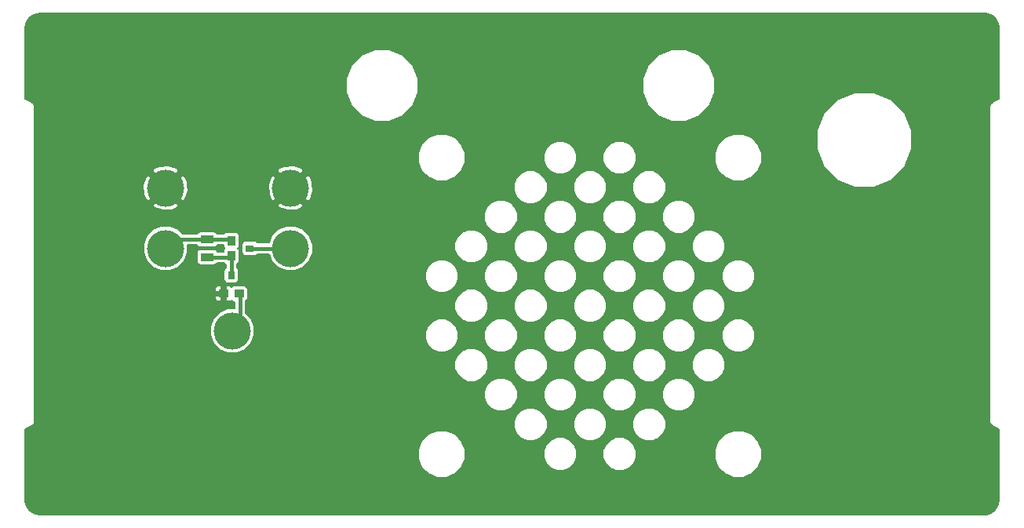
<source format=gbl>
G04 #@! TF.GenerationSoftware,KiCad,Pcbnew,5.0.2-bee76a0~70~ubuntu16.04.1*
G04 #@! TF.CreationDate,2019-08-24T22:06:37-07:00*
G04 #@! TF.ProjectId,endcap,656e6463-6170-42e6-9b69-6361645f7063,rev?*
G04 #@! TF.SameCoordinates,PX2faf080PY2faf080*
G04 #@! TF.FileFunction,Copper,L2,Bot*
G04 #@! TF.FilePolarity,Positive*
%FSLAX46Y46*%
G04 Gerber Fmt 4.6, Leading zero omitted, Abs format (unit mm)*
G04 Created by KiCad (PCBNEW 5.0.2-bee76a0~70~ubuntu16.04.1) date Sat 24 Aug 2019 10:06:37 PM PDT*
%MOMM*%
%LPD*%
G01*
G04 APERTURE LIST*
G04 #@! TA.AperFunction,ComponentPad*
%ADD10C,4.900000*%
G04 #@! TD*
G04 #@! TA.AperFunction,SMDPad,CuDef*
%ADD11R,1.397000X0.889000*%
G04 #@! TD*
G04 #@! TA.AperFunction,SMDPad,CuDef*
%ADD12R,1.050000X0.900000*%
G04 #@! TD*
G04 #@! TA.AperFunction,SMDPad,CuDef*
%ADD13R,0.800000X0.900000*%
G04 #@! TD*
G04 #@! TA.AperFunction,SMDPad,CuDef*
%ADD14R,0.900000X1.050000*%
G04 #@! TD*
G04 #@! TA.AperFunction,SMDPad,CuDef*
%ADD15R,0.900000X0.800000*%
G04 #@! TD*
G04 #@! TA.AperFunction,BGAPad,CuDef*
%ADD16C,4.000000*%
G04 #@! TD*
G04 #@! TA.AperFunction,Conductor*
%ADD17C,0.400000*%
G04 #@! TD*
G04 #@! TA.AperFunction,Conductor*
%ADD18C,0.200000*%
G04 #@! TD*
G04 APERTURE END LIST*
D10*
G04 #@! TO.P,MH1,1*
G04 #@! TO.N,Earth*
X4875000Y-3750000D03*
G04 #@! TD*
G04 #@! TO.P,MH2,1*
G04 #@! TO.N,Earth*
X101125000Y-3750000D03*
G04 #@! TD*
G04 #@! TO.P,MH3,1*
G04 #@! TO.N,Earth*
X101125000Y-51250000D03*
G04 #@! TD*
G04 #@! TO.P,MH4,1*
G04 #@! TO.N,Earth*
X4875000Y-51250000D03*
G04 #@! TD*
D11*
G04 #@! TO.P,R1,2*
G04 #@! TO.N,Net-(Q1-Pad3)*
X20100000Y-26752500D03*
G04 #@! TO.P,R1,1*
G04 #@! TO.N,Net-(Q2-Pad2)*
X20100000Y-24847500D03*
G04 #@! TD*
D12*
G04 #@! TO.P,Q1,2*
G04 #@! TO.N,Earth*
X21875000Y-30700000D03*
D13*
G04 #@! TO.P,Q1,3*
G04 #@! TO.N,Net-(Q1-Pad3)*
X22700000Y-28700000D03*
D12*
G04 #@! TO.P,Q1,1*
G04 #@! TO.N,Net-(Q1-Pad1)*
X23525000Y-30700000D03*
G04 #@! TD*
D14*
G04 #@! TO.P,Q2,2*
G04 #@! TO.N,Net-(Q2-Pad2)*
X22700000Y-24975000D03*
D15*
G04 #@! TO.P,Q2,3*
G04 #@! TO.N,Net-(Q2-Pad3)*
X24700000Y-25800000D03*
D14*
G04 #@! TO.P,Q2,1*
G04 #@! TO.N,Net-(Q1-Pad3)*
X22700000Y-26625000D03*
G04 #@! TD*
D16*
G04 #@! TO.P,TP1,1*
G04 #@! TO.N,Net-(Q2-Pad2)*
X15600000Y-25800000D03*
G04 #@! TD*
G04 #@! TO.P,TP2,1*
G04 #@! TO.N,Net-(Q1-Pad1)*
X22800000Y-34700000D03*
G04 #@! TD*
G04 #@! TO.P,TP3,1*
G04 #@! TO.N,Earth*
X15600000Y-19300000D03*
G04 #@! TD*
G04 #@! TO.P,TP4,1*
G04 #@! TO.N,Net-(Q2-Pad3)*
X29100000Y-25800000D03*
G04 #@! TD*
G04 #@! TO.P,TP5,1*
G04 #@! TO.N,Earth*
X29100000Y-19300000D03*
G04 #@! TD*
D17*
G04 #@! TO.N,Net-(Q1-Pad1)*
X23650000Y-33850000D02*
X22800000Y-34700000D01*
X23650000Y-30700000D02*
X23650000Y-33850000D01*
G04 #@! TO.N,Net-(Q2-Pad2)*
X16552500Y-24847500D02*
X15600000Y-25800000D01*
X20100000Y-24847500D02*
X16552500Y-24847500D01*
X22697500Y-24847500D02*
X22700000Y-24850000D01*
X20100000Y-24847500D02*
X22697500Y-24847500D01*
G04 #@! TO.N,Net-(Q2-Pad3)*
X24700000Y-25800000D02*
X29100000Y-25800000D01*
G04 #@! TO.N,Net-(Q1-Pad3)*
X22697500Y-26752500D02*
X22700000Y-26750000D01*
X20100000Y-26752500D02*
X22697500Y-26752500D01*
X22700000Y-28700000D02*
X22700000Y-26750000D01*
G04 #@! TD*
D18*
G04 #@! TO.N,Earth*
G36*
X104426658Y-540949D02*
X104819014Y-719342D01*
X105145532Y-1000688D01*
X105379961Y-1362368D01*
X105508162Y-1791043D01*
X105525000Y-2017627D01*
X105525001Y-9706433D01*
X104844694Y-10046588D01*
X104814665Y-10052561D01*
X104760903Y-10088483D01*
X104745734Y-10096068D01*
X104722095Y-10114414D01*
X104657545Y-10157545D01*
X104647876Y-10172015D01*
X104634131Y-10182683D01*
X104595690Y-10250118D01*
X104552561Y-10314666D01*
X104549166Y-10331734D01*
X104540549Y-10346850D01*
X104530842Y-10423853D01*
X104525000Y-10453222D01*
X104525000Y-10470196D01*
X104516915Y-10534332D01*
X104525000Y-10563856D01*
X104525001Y-44436141D01*
X104516915Y-44465668D01*
X104525001Y-44529812D01*
X104525001Y-44546779D01*
X104530841Y-44576136D01*
X104540549Y-44653150D01*
X104549167Y-44668269D01*
X104552562Y-44685335D01*
X104595687Y-44749876D01*
X104634131Y-44817317D01*
X104647878Y-44827986D01*
X104657546Y-44842455D01*
X104722089Y-44885581D01*
X104745734Y-44903932D01*
X104760907Y-44911519D01*
X104814666Y-44947439D01*
X104844694Y-44953412D01*
X105525000Y-45293566D01*
X105525001Y-52966151D01*
X105459052Y-53426656D01*
X105280658Y-53819015D01*
X104999312Y-54145532D01*
X104637631Y-54379962D01*
X104208957Y-54508162D01*
X103982374Y-54525000D01*
X2033842Y-54525000D01*
X1573344Y-54459052D01*
X1180985Y-54280658D01*
X854468Y-53999312D01*
X620038Y-53637631D01*
X491838Y-53208957D01*
X475000Y-52982374D01*
X475000Y-47492774D01*
X42850000Y-47492774D01*
X42850000Y-48507226D01*
X43238215Y-49444459D01*
X43955541Y-50161785D01*
X44892774Y-50550000D01*
X45907226Y-50550000D01*
X46844459Y-50161785D01*
X47561785Y-49444459D01*
X47950000Y-48507226D01*
X47950000Y-47641958D01*
X56400000Y-47641958D01*
X56400000Y-48358042D01*
X56674034Y-49019618D01*
X57180382Y-49525966D01*
X57841958Y-49800000D01*
X58558042Y-49800000D01*
X59219618Y-49525966D01*
X59725966Y-49019618D01*
X60000000Y-48358042D01*
X60000000Y-47641958D01*
X62800000Y-47641958D01*
X62800000Y-48358042D01*
X63074034Y-49019618D01*
X63580382Y-49525966D01*
X64241958Y-49800000D01*
X64958042Y-49800000D01*
X65619618Y-49525966D01*
X66125966Y-49019618D01*
X66400000Y-48358042D01*
X66400000Y-47641958D01*
X66338206Y-47492774D01*
X74850000Y-47492774D01*
X74850000Y-48507226D01*
X75238215Y-49444459D01*
X75955541Y-50161785D01*
X76892774Y-50550000D01*
X77907226Y-50550000D01*
X78844459Y-50161785D01*
X79561785Y-49444459D01*
X79950000Y-48507226D01*
X79950000Y-47492774D01*
X79561785Y-46555541D01*
X78844459Y-45838215D01*
X77907226Y-45450000D01*
X76892774Y-45450000D01*
X75955541Y-45838215D01*
X75238215Y-46555541D01*
X74850000Y-47492774D01*
X66338206Y-47492774D01*
X66125966Y-46980382D01*
X65619618Y-46474034D01*
X64958042Y-46200000D01*
X64241958Y-46200000D01*
X63580382Y-46474034D01*
X63074034Y-46980382D01*
X62800000Y-47641958D01*
X60000000Y-47641958D01*
X59725966Y-46980382D01*
X59219618Y-46474034D01*
X58558042Y-46200000D01*
X57841958Y-46200000D01*
X57180382Y-46474034D01*
X56674034Y-46980382D01*
X56400000Y-47641958D01*
X47950000Y-47641958D01*
X47950000Y-47492774D01*
X47561785Y-46555541D01*
X46844459Y-45838215D01*
X45907226Y-45450000D01*
X44892774Y-45450000D01*
X43955541Y-45838215D01*
X43238215Y-46555541D01*
X42850000Y-47492774D01*
X475000Y-47492774D01*
X475000Y-45293566D01*
X1155309Y-44953411D01*
X1185334Y-44947439D01*
X1239088Y-44911522D01*
X1254266Y-44903933D01*
X1277916Y-44885578D01*
X1342455Y-44842455D01*
X1352122Y-44827987D01*
X1365869Y-44817318D01*
X1404311Y-44749880D01*
X1447439Y-44685335D01*
X1450834Y-44668267D01*
X1459451Y-44653151D01*
X1469158Y-44576149D01*
X1475000Y-44546779D01*
X1475000Y-44529804D01*
X1483085Y-44465668D01*
X1476593Y-44441958D01*
X53200000Y-44441958D01*
X53200000Y-45158042D01*
X53474034Y-45819618D01*
X53980382Y-46325966D01*
X54641958Y-46600000D01*
X55358042Y-46600000D01*
X56019618Y-46325966D01*
X56525966Y-45819618D01*
X56800000Y-45158042D01*
X56800000Y-44441958D01*
X59600000Y-44441958D01*
X59600000Y-45158042D01*
X59874034Y-45819618D01*
X60380382Y-46325966D01*
X61041958Y-46600000D01*
X61758042Y-46600000D01*
X62419618Y-46325966D01*
X62925966Y-45819618D01*
X63200000Y-45158042D01*
X63200000Y-44441958D01*
X66000000Y-44441958D01*
X66000000Y-45158042D01*
X66274034Y-45819618D01*
X66780382Y-46325966D01*
X67441958Y-46600000D01*
X68158042Y-46600000D01*
X68819618Y-46325966D01*
X69325966Y-45819618D01*
X69600000Y-45158042D01*
X69600000Y-44441958D01*
X69325966Y-43780382D01*
X68819618Y-43274034D01*
X68158042Y-43000000D01*
X67441958Y-43000000D01*
X66780382Y-43274034D01*
X66274034Y-43780382D01*
X66000000Y-44441958D01*
X63200000Y-44441958D01*
X62925966Y-43780382D01*
X62419618Y-43274034D01*
X61758042Y-43000000D01*
X61041958Y-43000000D01*
X60380382Y-43274034D01*
X59874034Y-43780382D01*
X59600000Y-44441958D01*
X56800000Y-44441958D01*
X56525966Y-43780382D01*
X56019618Y-43274034D01*
X55358042Y-43000000D01*
X54641958Y-43000000D01*
X53980382Y-43274034D01*
X53474034Y-43780382D01*
X53200000Y-44441958D01*
X1476593Y-44441958D01*
X1475000Y-44436144D01*
X1475000Y-41241958D01*
X50000000Y-41241958D01*
X50000000Y-41958042D01*
X50274034Y-42619618D01*
X50780382Y-43125966D01*
X51441958Y-43400000D01*
X52158042Y-43400000D01*
X52819618Y-43125966D01*
X53325966Y-42619618D01*
X53600000Y-41958042D01*
X53600000Y-41241958D01*
X56400000Y-41241958D01*
X56400000Y-41958042D01*
X56674034Y-42619618D01*
X57180382Y-43125966D01*
X57841958Y-43400000D01*
X58558042Y-43400000D01*
X59219618Y-43125966D01*
X59725966Y-42619618D01*
X60000000Y-41958042D01*
X60000000Y-41241958D01*
X62800000Y-41241958D01*
X62800000Y-41958042D01*
X63074034Y-42619618D01*
X63580382Y-43125966D01*
X64241958Y-43400000D01*
X64958042Y-43400000D01*
X65619618Y-43125966D01*
X66125966Y-42619618D01*
X66400000Y-41958042D01*
X66400000Y-41241958D01*
X69200000Y-41241958D01*
X69200000Y-41958042D01*
X69474034Y-42619618D01*
X69980382Y-43125966D01*
X70641958Y-43400000D01*
X71358042Y-43400000D01*
X72019618Y-43125966D01*
X72525966Y-42619618D01*
X72800000Y-41958042D01*
X72800000Y-41241958D01*
X72525966Y-40580382D01*
X72019618Y-40074034D01*
X71358042Y-39800000D01*
X70641958Y-39800000D01*
X69980382Y-40074034D01*
X69474034Y-40580382D01*
X69200000Y-41241958D01*
X66400000Y-41241958D01*
X66125966Y-40580382D01*
X65619618Y-40074034D01*
X64958042Y-39800000D01*
X64241958Y-39800000D01*
X63580382Y-40074034D01*
X63074034Y-40580382D01*
X62800000Y-41241958D01*
X60000000Y-41241958D01*
X59725966Y-40580382D01*
X59219618Y-40074034D01*
X58558042Y-39800000D01*
X57841958Y-39800000D01*
X57180382Y-40074034D01*
X56674034Y-40580382D01*
X56400000Y-41241958D01*
X53600000Y-41241958D01*
X53325966Y-40580382D01*
X52819618Y-40074034D01*
X52158042Y-39800000D01*
X51441958Y-39800000D01*
X50780382Y-40074034D01*
X50274034Y-40580382D01*
X50000000Y-41241958D01*
X1475000Y-41241958D01*
X1475000Y-38041958D01*
X46800000Y-38041958D01*
X46800000Y-38758042D01*
X47074034Y-39419618D01*
X47580382Y-39925966D01*
X48241958Y-40200000D01*
X48958042Y-40200000D01*
X49619618Y-39925966D01*
X50125966Y-39419618D01*
X50400000Y-38758042D01*
X50400000Y-38041958D01*
X53200000Y-38041958D01*
X53200000Y-38758042D01*
X53474034Y-39419618D01*
X53980382Y-39925966D01*
X54641958Y-40200000D01*
X55358042Y-40200000D01*
X56019618Y-39925966D01*
X56525966Y-39419618D01*
X56800000Y-38758042D01*
X56800000Y-38041958D01*
X59600000Y-38041958D01*
X59600000Y-38758042D01*
X59874034Y-39419618D01*
X60380382Y-39925966D01*
X61041958Y-40200000D01*
X61758042Y-40200000D01*
X62419618Y-39925966D01*
X62925966Y-39419618D01*
X63200000Y-38758042D01*
X63200000Y-38041958D01*
X66000000Y-38041958D01*
X66000000Y-38758042D01*
X66274034Y-39419618D01*
X66780382Y-39925966D01*
X67441958Y-40200000D01*
X68158042Y-40200000D01*
X68819618Y-39925966D01*
X69325966Y-39419618D01*
X69600000Y-38758042D01*
X69600000Y-38041958D01*
X72400000Y-38041958D01*
X72400000Y-38758042D01*
X72674034Y-39419618D01*
X73180382Y-39925966D01*
X73841958Y-40200000D01*
X74558042Y-40200000D01*
X75219618Y-39925966D01*
X75725966Y-39419618D01*
X76000000Y-38758042D01*
X76000000Y-38041958D01*
X75725966Y-37380382D01*
X75219618Y-36874034D01*
X74558042Y-36600000D01*
X73841958Y-36600000D01*
X73180382Y-36874034D01*
X72674034Y-37380382D01*
X72400000Y-38041958D01*
X69600000Y-38041958D01*
X69325966Y-37380382D01*
X68819618Y-36874034D01*
X68158042Y-36600000D01*
X67441958Y-36600000D01*
X66780382Y-36874034D01*
X66274034Y-37380382D01*
X66000000Y-38041958D01*
X63200000Y-38041958D01*
X62925966Y-37380382D01*
X62419618Y-36874034D01*
X61758042Y-36600000D01*
X61041958Y-36600000D01*
X60380382Y-36874034D01*
X59874034Y-37380382D01*
X59600000Y-38041958D01*
X56800000Y-38041958D01*
X56525966Y-37380382D01*
X56019618Y-36874034D01*
X55358042Y-36600000D01*
X54641958Y-36600000D01*
X53980382Y-36874034D01*
X53474034Y-37380382D01*
X53200000Y-38041958D01*
X50400000Y-38041958D01*
X50125966Y-37380382D01*
X49619618Y-36874034D01*
X48958042Y-36600000D01*
X48241958Y-36600000D01*
X47580382Y-36874034D01*
X47074034Y-37380382D01*
X46800000Y-38041958D01*
X1475000Y-38041958D01*
X1475000Y-34222610D01*
X20400000Y-34222610D01*
X20400000Y-35177390D01*
X20765378Y-36059491D01*
X21440509Y-36734622D01*
X22322610Y-37100000D01*
X23277390Y-37100000D01*
X24159491Y-36734622D01*
X24834622Y-36059491D01*
X25200000Y-35177390D01*
X25200000Y-34841958D01*
X43600000Y-34841958D01*
X43600000Y-35558042D01*
X43874034Y-36219618D01*
X44380382Y-36725966D01*
X45041958Y-37000000D01*
X45758042Y-37000000D01*
X46419618Y-36725966D01*
X46925966Y-36219618D01*
X47200000Y-35558042D01*
X47200000Y-34841958D01*
X50000000Y-34841958D01*
X50000000Y-35558042D01*
X50274034Y-36219618D01*
X50780382Y-36725966D01*
X51441958Y-37000000D01*
X52158042Y-37000000D01*
X52819618Y-36725966D01*
X53325966Y-36219618D01*
X53600000Y-35558042D01*
X53600000Y-34841958D01*
X56400000Y-34841958D01*
X56400000Y-35558042D01*
X56674034Y-36219618D01*
X57180382Y-36725966D01*
X57841958Y-37000000D01*
X58558042Y-37000000D01*
X59219618Y-36725966D01*
X59725966Y-36219618D01*
X60000000Y-35558042D01*
X60000000Y-34841958D01*
X62800000Y-34841958D01*
X62800000Y-35558042D01*
X63074034Y-36219618D01*
X63580382Y-36725966D01*
X64241958Y-37000000D01*
X64958042Y-37000000D01*
X65619618Y-36725966D01*
X66125966Y-36219618D01*
X66400000Y-35558042D01*
X66400000Y-34841958D01*
X69200000Y-34841958D01*
X69200000Y-35558042D01*
X69474034Y-36219618D01*
X69980382Y-36725966D01*
X70641958Y-37000000D01*
X71358042Y-37000000D01*
X72019618Y-36725966D01*
X72525966Y-36219618D01*
X72800000Y-35558042D01*
X72800000Y-34841958D01*
X75600000Y-34841958D01*
X75600000Y-35558042D01*
X75874034Y-36219618D01*
X76380382Y-36725966D01*
X77041958Y-37000000D01*
X77758042Y-37000000D01*
X78419618Y-36725966D01*
X78925966Y-36219618D01*
X79200000Y-35558042D01*
X79200000Y-34841958D01*
X78925966Y-34180382D01*
X78419618Y-33674034D01*
X77758042Y-33400000D01*
X77041958Y-33400000D01*
X76380382Y-33674034D01*
X75874034Y-34180382D01*
X75600000Y-34841958D01*
X72800000Y-34841958D01*
X72525966Y-34180382D01*
X72019618Y-33674034D01*
X71358042Y-33400000D01*
X70641958Y-33400000D01*
X69980382Y-33674034D01*
X69474034Y-34180382D01*
X69200000Y-34841958D01*
X66400000Y-34841958D01*
X66125966Y-34180382D01*
X65619618Y-33674034D01*
X64958042Y-33400000D01*
X64241958Y-33400000D01*
X63580382Y-33674034D01*
X63074034Y-34180382D01*
X62800000Y-34841958D01*
X60000000Y-34841958D01*
X59725966Y-34180382D01*
X59219618Y-33674034D01*
X58558042Y-33400000D01*
X57841958Y-33400000D01*
X57180382Y-33674034D01*
X56674034Y-34180382D01*
X56400000Y-34841958D01*
X53600000Y-34841958D01*
X53325966Y-34180382D01*
X52819618Y-33674034D01*
X52158042Y-33400000D01*
X51441958Y-33400000D01*
X50780382Y-33674034D01*
X50274034Y-34180382D01*
X50000000Y-34841958D01*
X47200000Y-34841958D01*
X46925966Y-34180382D01*
X46419618Y-33674034D01*
X45758042Y-33400000D01*
X45041958Y-33400000D01*
X44380382Y-33674034D01*
X43874034Y-34180382D01*
X43600000Y-34841958D01*
X25200000Y-34841958D01*
X25200000Y-34222610D01*
X24834622Y-33340509D01*
X24250000Y-32755887D01*
X24250000Y-31641958D01*
X46800000Y-31641958D01*
X46800000Y-32358042D01*
X47074034Y-33019618D01*
X47580382Y-33525966D01*
X48241958Y-33800000D01*
X48958042Y-33800000D01*
X49619618Y-33525966D01*
X50125966Y-33019618D01*
X50400000Y-32358042D01*
X50400000Y-31641958D01*
X53200000Y-31641958D01*
X53200000Y-32358042D01*
X53474034Y-33019618D01*
X53980382Y-33525966D01*
X54641958Y-33800000D01*
X55358042Y-33800000D01*
X56019618Y-33525966D01*
X56525966Y-33019618D01*
X56800000Y-32358042D01*
X56800000Y-31641958D01*
X59600000Y-31641958D01*
X59600000Y-32358042D01*
X59874034Y-33019618D01*
X60380382Y-33525966D01*
X61041958Y-33800000D01*
X61758042Y-33800000D01*
X62419618Y-33525966D01*
X62925966Y-33019618D01*
X63200000Y-32358042D01*
X63200000Y-31641958D01*
X66000000Y-31641958D01*
X66000000Y-32358042D01*
X66274034Y-33019618D01*
X66780382Y-33525966D01*
X67441958Y-33800000D01*
X68158042Y-33800000D01*
X68819618Y-33525966D01*
X69325966Y-33019618D01*
X69600000Y-32358042D01*
X69600000Y-31641958D01*
X72400000Y-31641958D01*
X72400000Y-32358042D01*
X72674034Y-33019618D01*
X73180382Y-33525966D01*
X73841958Y-33800000D01*
X74558042Y-33800000D01*
X75219618Y-33525966D01*
X75725966Y-33019618D01*
X76000000Y-32358042D01*
X76000000Y-31641958D01*
X75725966Y-30980382D01*
X75219618Y-30474034D01*
X74558042Y-30200000D01*
X73841958Y-30200000D01*
X73180382Y-30474034D01*
X72674034Y-30980382D01*
X72400000Y-31641958D01*
X69600000Y-31641958D01*
X69325966Y-30980382D01*
X68819618Y-30474034D01*
X68158042Y-30200000D01*
X67441958Y-30200000D01*
X66780382Y-30474034D01*
X66274034Y-30980382D01*
X66000000Y-31641958D01*
X63200000Y-31641958D01*
X62925966Y-30980382D01*
X62419618Y-30474034D01*
X61758042Y-30200000D01*
X61041958Y-30200000D01*
X60380382Y-30474034D01*
X59874034Y-30980382D01*
X59600000Y-31641958D01*
X56800000Y-31641958D01*
X56525966Y-30980382D01*
X56019618Y-30474034D01*
X55358042Y-30200000D01*
X54641958Y-30200000D01*
X53980382Y-30474034D01*
X53474034Y-30980382D01*
X53200000Y-31641958D01*
X50400000Y-31641958D01*
X50125966Y-30980382D01*
X49619618Y-30474034D01*
X48958042Y-30200000D01*
X48241958Y-30200000D01*
X47580382Y-30474034D01*
X47074034Y-30980382D01*
X46800000Y-31641958D01*
X24250000Y-31641958D01*
X24250000Y-31497440D01*
X24338384Y-31438384D01*
X24426791Y-31306072D01*
X24457836Y-31150000D01*
X24457836Y-30250000D01*
X24426791Y-30093928D01*
X24338384Y-29961616D01*
X24206072Y-29873209D01*
X24050000Y-29842164D01*
X23000000Y-29842164D01*
X22843928Y-29873209D01*
X22711616Y-29961616D01*
X22697872Y-29982186D01*
X22626582Y-29910896D01*
X22479565Y-29850000D01*
X22237500Y-29850000D01*
X22137500Y-29950000D01*
X22137500Y-30475000D01*
X22195000Y-30475000D01*
X22195000Y-30925000D01*
X22137500Y-30925000D01*
X22137500Y-31450000D01*
X22237500Y-31550000D01*
X22479565Y-31550000D01*
X22626582Y-31489104D01*
X22697872Y-31417814D01*
X22711616Y-31438384D01*
X22843928Y-31526791D01*
X23000000Y-31557836D01*
X23050000Y-31557836D01*
X23050001Y-32300000D01*
X22322610Y-32300000D01*
X21440509Y-32665378D01*
X20765378Y-33340509D01*
X20400000Y-34222610D01*
X1475000Y-34222610D01*
X1475000Y-31025000D01*
X20950000Y-31025000D01*
X20950000Y-31229565D01*
X21010896Y-31376582D01*
X21123418Y-31489104D01*
X21270435Y-31550000D01*
X21512500Y-31550000D01*
X21612500Y-31450000D01*
X21612500Y-30925000D01*
X21050000Y-30925000D01*
X20950000Y-31025000D01*
X1475000Y-31025000D01*
X1475000Y-30170435D01*
X20950000Y-30170435D01*
X20950000Y-30375000D01*
X21050000Y-30475000D01*
X21612500Y-30475000D01*
X21612500Y-29950000D01*
X21512500Y-29850000D01*
X21270435Y-29850000D01*
X21123418Y-29910896D01*
X21010896Y-30023418D01*
X20950000Y-30170435D01*
X1475000Y-30170435D01*
X1475000Y-25322610D01*
X13200000Y-25322610D01*
X13200000Y-26277390D01*
X13565378Y-27159491D01*
X14240509Y-27834622D01*
X15122610Y-28200000D01*
X16077390Y-28200000D01*
X16959491Y-27834622D01*
X17634622Y-27159491D01*
X18000000Y-26277390D01*
X18000000Y-25447500D01*
X19024595Y-25447500D01*
X19024709Y-25448072D01*
X19113116Y-25580384D01*
X19245428Y-25668791D01*
X19401500Y-25699836D01*
X20798500Y-25699836D01*
X20954572Y-25668791D01*
X21086884Y-25580384D01*
X21175291Y-25448072D01*
X21175405Y-25447500D01*
X21842164Y-25447500D01*
X21842164Y-25500000D01*
X21873209Y-25656072D01*
X21961616Y-25788384D01*
X21979001Y-25800000D01*
X21961616Y-25811616D01*
X21873209Y-25943928D01*
X21842164Y-26100000D01*
X21842164Y-26152500D01*
X21175405Y-26152500D01*
X21175291Y-26151928D01*
X21086884Y-26019616D01*
X20954572Y-25931209D01*
X20798500Y-25900164D01*
X19401500Y-25900164D01*
X19245428Y-25931209D01*
X19113116Y-26019616D01*
X19024709Y-26151928D01*
X18993664Y-26308000D01*
X18993664Y-27197000D01*
X19024709Y-27353072D01*
X19113116Y-27485384D01*
X19245428Y-27573791D01*
X19401500Y-27604836D01*
X20798500Y-27604836D01*
X20954572Y-27573791D01*
X21086884Y-27485384D01*
X21175291Y-27353072D01*
X21175405Y-27352500D01*
X21904231Y-27352500D01*
X21961616Y-27438384D01*
X22093928Y-27526791D01*
X22100001Y-27527999D01*
X22100000Y-27902560D01*
X22011616Y-27961616D01*
X21923209Y-28093928D01*
X21892164Y-28250000D01*
X21892164Y-29150000D01*
X21923209Y-29306072D01*
X22011616Y-29438384D01*
X22143928Y-29526791D01*
X22300000Y-29557836D01*
X23100000Y-29557836D01*
X23256072Y-29526791D01*
X23388384Y-29438384D01*
X23476791Y-29306072D01*
X23507836Y-29150000D01*
X23507836Y-28441958D01*
X43600000Y-28441958D01*
X43600000Y-29158042D01*
X43874034Y-29819618D01*
X44380382Y-30325966D01*
X45041958Y-30600000D01*
X45758042Y-30600000D01*
X46419618Y-30325966D01*
X46925966Y-29819618D01*
X47200000Y-29158042D01*
X47200000Y-28441958D01*
X50000000Y-28441958D01*
X50000000Y-29158042D01*
X50274034Y-29819618D01*
X50780382Y-30325966D01*
X51441958Y-30600000D01*
X52158042Y-30600000D01*
X52819618Y-30325966D01*
X53325966Y-29819618D01*
X53600000Y-29158042D01*
X53600000Y-28441958D01*
X56400000Y-28441958D01*
X56400000Y-29158042D01*
X56674034Y-29819618D01*
X57180382Y-30325966D01*
X57841958Y-30600000D01*
X58558042Y-30600000D01*
X59219618Y-30325966D01*
X59725966Y-29819618D01*
X60000000Y-29158042D01*
X60000000Y-28441958D01*
X62800000Y-28441958D01*
X62800000Y-29158042D01*
X63074034Y-29819618D01*
X63580382Y-30325966D01*
X64241958Y-30600000D01*
X64958042Y-30600000D01*
X65619618Y-30325966D01*
X66125966Y-29819618D01*
X66400000Y-29158042D01*
X66400000Y-28441958D01*
X69200000Y-28441958D01*
X69200000Y-29158042D01*
X69474034Y-29819618D01*
X69980382Y-30325966D01*
X70641958Y-30600000D01*
X71358042Y-30600000D01*
X72019618Y-30325966D01*
X72525966Y-29819618D01*
X72800000Y-29158042D01*
X72800000Y-28441958D01*
X75600000Y-28441958D01*
X75600000Y-29158042D01*
X75874034Y-29819618D01*
X76380382Y-30325966D01*
X77041958Y-30600000D01*
X77758042Y-30600000D01*
X78419618Y-30325966D01*
X78925966Y-29819618D01*
X79200000Y-29158042D01*
X79200000Y-28441958D01*
X78925966Y-27780382D01*
X78419618Y-27274034D01*
X77758042Y-27000000D01*
X77041958Y-27000000D01*
X76380382Y-27274034D01*
X75874034Y-27780382D01*
X75600000Y-28441958D01*
X72800000Y-28441958D01*
X72525966Y-27780382D01*
X72019618Y-27274034D01*
X71358042Y-27000000D01*
X70641958Y-27000000D01*
X69980382Y-27274034D01*
X69474034Y-27780382D01*
X69200000Y-28441958D01*
X66400000Y-28441958D01*
X66125966Y-27780382D01*
X65619618Y-27274034D01*
X64958042Y-27000000D01*
X64241958Y-27000000D01*
X63580382Y-27274034D01*
X63074034Y-27780382D01*
X62800000Y-28441958D01*
X60000000Y-28441958D01*
X59725966Y-27780382D01*
X59219618Y-27274034D01*
X58558042Y-27000000D01*
X57841958Y-27000000D01*
X57180382Y-27274034D01*
X56674034Y-27780382D01*
X56400000Y-28441958D01*
X53600000Y-28441958D01*
X53325966Y-27780382D01*
X52819618Y-27274034D01*
X52158042Y-27000000D01*
X51441958Y-27000000D01*
X50780382Y-27274034D01*
X50274034Y-27780382D01*
X50000000Y-28441958D01*
X47200000Y-28441958D01*
X46925966Y-27780382D01*
X46419618Y-27274034D01*
X45758042Y-27000000D01*
X45041958Y-27000000D01*
X44380382Y-27274034D01*
X43874034Y-27780382D01*
X43600000Y-28441958D01*
X23507836Y-28441958D01*
X23507836Y-28250000D01*
X23476791Y-28093928D01*
X23388384Y-27961616D01*
X23300000Y-27902560D01*
X23300000Y-27527999D01*
X23306072Y-27526791D01*
X23438384Y-27438384D01*
X23526791Y-27306072D01*
X23557836Y-27150000D01*
X23557836Y-26100000D01*
X23526791Y-25943928D01*
X23438384Y-25811616D01*
X23420999Y-25800000D01*
X23438384Y-25788384D01*
X23526791Y-25656072D01*
X23557836Y-25500000D01*
X23557836Y-25400000D01*
X23842164Y-25400000D01*
X23842164Y-26200000D01*
X23873209Y-26356072D01*
X23961616Y-26488384D01*
X24093928Y-26576791D01*
X24250000Y-26607836D01*
X25150000Y-26607836D01*
X25306072Y-26576791D01*
X25438384Y-26488384D01*
X25497440Y-26400000D01*
X26750787Y-26400000D01*
X27065378Y-27159491D01*
X27740509Y-27834622D01*
X28622610Y-28200000D01*
X29577390Y-28200000D01*
X30459491Y-27834622D01*
X31134622Y-27159491D01*
X31500000Y-26277390D01*
X31500000Y-25322610D01*
X31466593Y-25241958D01*
X46800000Y-25241958D01*
X46800000Y-25958042D01*
X47074034Y-26619618D01*
X47580382Y-27125966D01*
X48241958Y-27400000D01*
X48958042Y-27400000D01*
X49619618Y-27125966D01*
X50125966Y-26619618D01*
X50400000Y-25958042D01*
X50400000Y-25241958D01*
X53200000Y-25241958D01*
X53200000Y-25958042D01*
X53474034Y-26619618D01*
X53980382Y-27125966D01*
X54641958Y-27400000D01*
X55358042Y-27400000D01*
X56019618Y-27125966D01*
X56525966Y-26619618D01*
X56800000Y-25958042D01*
X56800000Y-25241958D01*
X59600000Y-25241958D01*
X59600000Y-25958042D01*
X59874034Y-26619618D01*
X60380382Y-27125966D01*
X61041958Y-27400000D01*
X61758042Y-27400000D01*
X62419618Y-27125966D01*
X62925966Y-26619618D01*
X63200000Y-25958042D01*
X63200000Y-25241958D01*
X66000000Y-25241958D01*
X66000000Y-25958042D01*
X66274034Y-26619618D01*
X66780382Y-27125966D01*
X67441958Y-27400000D01*
X68158042Y-27400000D01*
X68819618Y-27125966D01*
X69325966Y-26619618D01*
X69600000Y-25958042D01*
X69600000Y-25241958D01*
X72400000Y-25241958D01*
X72400000Y-25958042D01*
X72674034Y-26619618D01*
X73180382Y-27125966D01*
X73841958Y-27400000D01*
X74558042Y-27400000D01*
X75219618Y-27125966D01*
X75725966Y-26619618D01*
X76000000Y-25958042D01*
X76000000Y-25241958D01*
X75725966Y-24580382D01*
X75219618Y-24074034D01*
X74558042Y-23800000D01*
X73841958Y-23800000D01*
X73180382Y-24074034D01*
X72674034Y-24580382D01*
X72400000Y-25241958D01*
X69600000Y-25241958D01*
X69325966Y-24580382D01*
X68819618Y-24074034D01*
X68158042Y-23800000D01*
X67441958Y-23800000D01*
X66780382Y-24074034D01*
X66274034Y-24580382D01*
X66000000Y-25241958D01*
X63200000Y-25241958D01*
X62925966Y-24580382D01*
X62419618Y-24074034D01*
X61758042Y-23800000D01*
X61041958Y-23800000D01*
X60380382Y-24074034D01*
X59874034Y-24580382D01*
X59600000Y-25241958D01*
X56800000Y-25241958D01*
X56525966Y-24580382D01*
X56019618Y-24074034D01*
X55358042Y-23800000D01*
X54641958Y-23800000D01*
X53980382Y-24074034D01*
X53474034Y-24580382D01*
X53200000Y-25241958D01*
X50400000Y-25241958D01*
X50125966Y-24580382D01*
X49619618Y-24074034D01*
X48958042Y-23800000D01*
X48241958Y-23800000D01*
X47580382Y-24074034D01*
X47074034Y-24580382D01*
X46800000Y-25241958D01*
X31466593Y-25241958D01*
X31134622Y-24440509D01*
X30459491Y-23765378D01*
X29577390Y-23400000D01*
X28622610Y-23400000D01*
X27740509Y-23765378D01*
X27065378Y-24440509D01*
X26750787Y-25200000D01*
X25497440Y-25200000D01*
X25438384Y-25111616D01*
X25306072Y-25023209D01*
X25150000Y-24992164D01*
X24250000Y-24992164D01*
X24093928Y-25023209D01*
X23961616Y-25111616D01*
X23873209Y-25243928D01*
X23842164Y-25400000D01*
X23557836Y-25400000D01*
X23557836Y-24450000D01*
X23526791Y-24293928D01*
X23438384Y-24161616D01*
X23306072Y-24073209D01*
X23150000Y-24042164D01*
X22250000Y-24042164D01*
X22093928Y-24073209D01*
X21961616Y-24161616D01*
X21904231Y-24247500D01*
X21175405Y-24247500D01*
X21175291Y-24246928D01*
X21086884Y-24114616D01*
X20954572Y-24026209D01*
X20798500Y-23995164D01*
X19401500Y-23995164D01*
X19245428Y-24026209D01*
X19113116Y-24114616D01*
X19024709Y-24246928D01*
X19024595Y-24247500D01*
X17441613Y-24247500D01*
X16959491Y-23765378D01*
X16077390Y-23400000D01*
X15122610Y-23400000D01*
X14240509Y-23765378D01*
X13565378Y-24440509D01*
X13200000Y-25322610D01*
X1475000Y-25322610D01*
X1475000Y-22041958D01*
X50000000Y-22041958D01*
X50000000Y-22758042D01*
X50274034Y-23419618D01*
X50780382Y-23925966D01*
X51441958Y-24200000D01*
X52158042Y-24200000D01*
X52819618Y-23925966D01*
X53325966Y-23419618D01*
X53600000Y-22758042D01*
X53600000Y-22041958D01*
X56400000Y-22041958D01*
X56400000Y-22758042D01*
X56674034Y-23419618D01*
X57180382Y-23925966D01*
X57841958Y-24200000D01*
X58558042Y-24200000D01*
X59219618Y-23925966D01*
X59725966Y-23419618D01*
X60000000Y-22758042D01*
X60000000Y-22041958D01*
X62800000Y-22041958D01*
X62800000Y-22758042D01*
X63074034Y-23419618D01*
X63580382Y-23925966D01*
X64241958Y-24200000D01*
X64958042Y-24200000D01*
X65619618Y-23925966D01*
X66125966Y-23419618D01*
X66400000Y-22758042D01*
X66400000Y-22041958D01*
X69200000Y-22041958D01*
X69200000Y-22758042D01*
X69474034Y-23419618D01*
X69980382Y-23925966D01*
X70641958Y-24200000D01*
X71358042Y-24200000D01*
X72019618Y-23925966D01*
X72525966Y-23419618D01*
X72800000Y-22758042D01*
X72800000Y-22041958D01*
X72525966Y-21380382D01*
X72019618Y-20874034D01*
X71358042Y-20600000D01*
X70641958Y-20600000D01*
X69980382Y-20874034D01*
X69474034Y-21380382D01*
X69200000Y-22041958D01*
X66400000Y-22041958D01*
X66125966Y-21380382D01*
X65619618Y-20874034D01*
X64958042Y-20600000D01*
X64241958Y-20600000D01*
X63580382Y-20874034D01*
X63074034Y-21380382D01*
X62800000Y-22041958D01*
X60000000Y-22041958D01*
X59725966Y-21380382D01*
X59219618Y-20874034D01*
X58558042Y-20600000D01*
X57841958Y-20600000D01*
X57180382Y-20874034D01*
X56674034Y-21380382D01*
X56400000Y-22041958D01*
X53600000Y-22041958D01*
X53325966Y-21380382D01*
X52819618Y-20874034D01*
X52158042Y-20600000D01*
X51441958Y-20600000D01*
X50780382Y-20874034D01*
X50274034Y-21380382D01*
X50000000Y-22041958D01*
X1475000Y-22041958D01*
X1475000Y-21158112D01*
X14166152Y-21158112D01*
X14415233Y-21441082D01*
X15324775Y-21731492D01*
X16276217Y-21651730D01*
X16784767Y-21441082D01*
X17033848Y-21158112D01*
X27666152Y-21158112D01*
X27915233Y-21441082D01*
X28824775Y-21731492D01*
X29776217Y-21651730D01*
X30284767Y-21441082D01*
X30533848Y-21158112D01*
X29100000Y-19724264D01*
X27666152Y-21158112D01*
X17033848Y-21158112D01*
X15600000Y-19724264D01*
X14166152Y-21158112D01*
X1475000Y-21158112D01*
X1475000Y-19024775D01*
X13168508Y-19024775D01*
X13248270Y-19976217D01*
X13458918Y-20484767D01*
X13741888Y-20733848D01*
X15175736Y-19300000D01*
X16024264Y-19300000D01*
X17458112Y-20733848D01*
X17741082Y-20484767D01*
X18031492Y-19575225D01*
X17985347Y-19024775D01*
X26668508Y-19024775D01*
X26748270Y-19976217D01*
X26958918Y-20484767D01*
X27241888Y-20733848D01*
X28675736Y-19300000D01*
X29524264Y-19300000D01*
X30958112Y-20733848D01*
X31241082Y-20484767D01*
X31531492Y-19575225D01*
X31470021Y-18841958D01*
X53200000Y-18841958D01*
X53200000Y-19558042D01*
X53474034Y-20219618D01*
X53980382Y-20725966D01*
X54641958Y-21000000D01*
X55358042Y-21000000D01*
X56019618Y-20725966D01*
X56525966Y-20219618D01*
X56800000Y-19558042D01*
X56800000Y-18841958D01*
X59600000Y-18841958D01*
X59600000Y-19558042D01*
X59874034Y-20219618D01*
X60380382Y-20725966D01*
X61041958Y-21000000D01*
X61758042Y-21000000D01*
X62419618Y-20725966D01*
X62925966Y-20219618D01*
X63200000Y-19558042D01*
X63200000Y-18841958D01*
X66000000Y-18841958D01*
X66000000Y-19558042D01*
X66274034Y-20219618D01*
X66780382Y-20725966D01*
X67441958Y-21000000D01*
X68158042Y-21000000D01*
X68819618Y-20725966D01*
X69325966Y-20219618D01*
X69600000Y-19558042D01*
X69600000Y-18841958D01*
X69325966Y-18180382D01*
X68819618Y-17674034D01*
X68158042Y-17400000D01*
X67441958Y-17400000D01*
X66780382Y-17674034D01*
X66274034Y-18180382D01*
X66000000Y-18841958D01*
X63200000Y-18841958D01*
X62925966Y-18180382D01*
X62419618Y-17674034D01*
X61758042Y-17400000D01*
X61041958Y-17400000D01*
X60380382Y-17674034D01*
X59874034Y-18180382D01*
X59600000Y-18841958D01*
X56800000Y-18841958D01*
X56525966Y-18180382D01*
X56019618Y-17674034D01*
X55358042Y-17400000D01*
X54641958Y-17400000D01*
X53980382Y-17674034D01*
X53474034Y-18180382D01*
X53200000Y-18841958D01*
X31470021Y-18841958D01*
X31451730Y-18623783D01*
X31241082Y-18115233D01*
X30958112Y-17866152D01*
X29524264Y-19300000D01*
X28675736Y-19300000D01*
X27241888Y-17866152D01*
X26958918Y-18115233D01*
X26668508Y-19024775D01*
X17985347Y-19024775D01*
X17951730Y-18623783D01*
X17741082Y-18115233D01*
X17458112Y-17866152D01*
X16024264Y-19300000D01*
X15175736Y-19300000D01*
X13741888Y-17866152D01*
X13458918Y-18115233D01*
X13168508Y-19024775D01*
X1475000Y-19024775D01*
X1475000Y-17441888D01*
X14166152Y-17441888D01*
X15600000Y-18875736D01*
X17033848Y-17441888D01*
X27666152Y-17441888D01*
X29100000Y-18875736D01*
X30533848Y-17441888D01*
X30284767Y-17158918D01*
X29375225Y-16868508D01*
X28423783Y-16948270D01*
X27915233Y-17158918D01*
X27666152Y-17441888D01*
X17033848Y-17441888D01*
X16784767Y-17158918D01*
X15875225Y-16868508D01*
X14923783Y-16948270D01*
X14415233Y-17158918D01*
X14166152Y-17441888D01*
X1475000Y-17441888D01*
X1475000Y-15492774D01*
X42850000Y-15492774D01*
X42850000Y-16507226D01*
X43238215Y-17444459D01*
X43955541Y-18161785D01*
X44892774Y-18550000D01*
X45907226Y-18550000D01*
X46844459Y-18161785D01*
X47561785Y-17444459D01*
X47950000Y-16507226D01*
X47950000Y-15641958D01*
X56400000Y-15641958D01*
X56400000Y-16358042D01*
X56674034Y-17019618D01*
X57180382Y-17525966D01*
X57841958Y-17800000D01*
X58558042Y-17800000D01*
X59219618Y-17525966D01*
X59725966Y-17019618D01*
X60000000Y-16358042D01*
X60000000Y-15641958D01*
X62800000Y-15641958D01*
X62800000Y-16358042D01*
X63074034Y-17019618D01*
X63580382Y-17525966D01*
X64241958Y-17800000D01*
X64958042Y-17800000D01*
X65619618Y-17525966D01*
X66125966Y-17019618D01*
X66400000Y-16358042D01*
X66400000Y-15641958D01*
X66338206Y-15492774D01*
X74850000Y-15492774D01*
X74850000Y-16507226D01*
X75238215Y-17444459D01*
X75955541Y-18161785D01*
X76892774Y-18550000D01*
X77907226Y-18550000D01*
X78844459Y-18161785D01*
X79561785Y-17444459D01*
X79950000Y-16507226D01*
X79950000Y-15492774D01*
X79561785Y-14555541D01*
X78844459Y-13838215D01*
X77907226Y-13450000D01*
X76892774Y-13450000D01*
X75955541Y-13838215D01*
X75238215Y-14555541D01*
X74850000Y-15492774D01*
X66338206Y-15492774D01*
X66125966Y-14980382D01*
X65619618Y-14474034D01*
X64958042Y-14200000D01*
X64241958Y-14200000D01*
X63580382Y-14474034D01*
X63074034Y-14980382D01*
X62800000Y-15641958D01*
X60000000Y-15641958D01*
X59725966Y-14980382D01*
X59219618Y-14474034D01*
X58558042Y-14200000D01*
X57841958Y-14200000D01*
X57180382Y-14474034D01*
X56674034Y-14980382D01*
X56400000Y-15641958D01*
X47950000Y-15641958D01*
X47950000Y-15492774D01*
X47561785Y-14555541D01*
X46844459Y-13838215D01*
X45907226Y-13450000D01*
X44892774Y-13450000D01*
X43955541Y-13838215D01*
X43238215Y-14555541D01*
X42850000Y-15492774D01*
X1475000Y-15492774D01*
X1475000Y-13075601D01*
X85850000Y-13075601D01*
X85850000Y-15124399D01*
X86634041Y-17017240D01*
X88082760Y-18465959D01*
X89975601Y-19250000D01*
X92024399Y-19250000D01*
X93917240Y-18465959D01*
X95365959Y-17017240D01*
X96150000Y-15124399D01*
X96150000Y-13075601D01*
X95365959Y-11182760D01*
X93917240Y-9734041D01*
X92024399Y-8950000D01*
X89975601Y-8950000D01*
X88082760Y-9734041D01*
X86634041Y-11182760D01*
X85850000Y-13075601D01*
X1475000Y-13075601D01*
X1475000Y-10563856D01*
X1483085Y-10534332D01*
X1475000Y-10470196D01*
X1475000Y-10453221D01*
X1469158Y-10423851D01*
X1459451Y-10346849D01*
X1450834Y-10331733D01*
X1447439Y-10314665D01*
X1404311Y-10250120D01*
X1365869Y-10182682D01*
X1352122Y-10172013D01*
X1342455Y-10157545D01*
X1277914Y-10114420D01*
X1254266Y-10096067D01*
X1239091Y-10088479D01*
X1185335Y-10052561D01*
X1155309Y-10046588D01*
X475000Y-9706434D01*
X475000Y-7459242D01*
X35100000Y-7459242D01*
X35100000Y-9010758D01*
X35693739Y-10444173D01*
X36790827Y-11541261D01*
X38224242Y-12135000D01*
X39775758Y-12135000D01*
X41209173Y-11541261D01*
X42306261Y-10444173D01*
X42900000Y-9010758D01*
X42900000Y-7459242D01*
X67100000Y-7459242D01*
X67100000Y-9010758D01*
X67693739Y-10444173D01*
X68790827Y-11541261D01*
X70224242Y-12135000D01*
X71775758Y-12135000D01*
X73209173Y-11541261D01*
X74306261Y-10444173D01*
X74900000Y-9010758D01*
X74900000Y-7459242D01*
X74306261Y-6025827D01*
X73209173Y-4928739D01*
X71775758Y-4335000D01*
X70224242Y-4335000D01*
X68790827Y-4928739D01*
X67693739Y-6025827D01*
X67100000Y-7459242D01*
X42900000Y-7459242D01*
X42306261Y-6025827D01*
X41209173Y-4928739D01*
X39775758Y-4335000D01*
X38224242Y-4335000D01*
X36790827Y-4928739D01*
X35693739Y-6025827D01*
X35100000Y-7459242D01*
X475000Y-7459242D01*
X475000Y-2033842D01*
X540949Y-1573342D01*
X719342Y-1180986D01*
X1000688Y-854468D01*
X1362368Y-620039D01*
X1791043Y-491838D01*
X2017626Y-475000D01*
X103966158Y-475000D01*
X104426658Y-540949D01*
X104426658Y-540949D01*
G37*
X104426658Y-540949D02*
X104819014Y-719342D01*
X105145532Y-1000688D01*
X105379961Y-1362368D01*
X105508162Y-1791043D01*
X105525000Y-2017627D01*
X105525001Y-9706433D01*
X104844694Y-10046588D01*
X104814665Y-10052561D01*
X104760903Y-10088483D01*
X104745734Y-10096068D01*
X104722095Y-10114414D01*
X104657545Y-10157545D01*
X104647876Y-10172015D01*
X104634131Y-10182683D01*
X104595690Y-10250118D01*
X104552561Y-10314666D01*
X104549166Y-10331734D01*
X104540549Y-10346850D01*
X104530842Y-10423853D01*
X104525000Y-10453222D01*
X104525000Y-10470196D01*
X104516915Y-10534332D01*
X104525000Y-10563856D01*
X104525001Y-44436141D01*
X104516915Y-44465668D01*
X104525001Y-44529812D01*
X104525001Y-44546779D01*
X104530841Y-44576136D01*
X104540549Y-44653150D01*
X104549167Y-44668269D01*
X104552562Y-44685335D01*
X104595687Y-44749876D01*
X104634131Y-44817317D01*
X104647878Y-44827986D01*
X104657546Y-44842455D01*
X104722089Y-44885581D01*
X104745734Y-44903932D01*
X104760907Y-44911519D01*
X104814666Y-44947439D01*
X104844694Y-44953412D01*
X105525000Y-45293566D01*
X105525001Y-52966151D01*
X105459052Y-53426656D01*
X105280658Y-53819015D01*
X104999312Y-54145532D01*
X104637631Y-54379962D01*
X104208957Y-54508162D01*
X103982374Y-54525000D01*
X2033842Y-54525000D01*
X1573344Y-54459052D01*
X1180985Y-54280658D01*
X854468Y-53999312D01*
X620038Y-53637631D01*
X491838Y-53208957D01*
X475000Y-52982374D01*
X475000Y-47492774D01*
X42850000Y-47492774D01*
X42850000Y-48507226D01*
X43238215Y-49444459D01*
X43955541Y-50161785D01*
X44892774Y-50550000D01*
X45907226Y-50550000D01*
X46844459Y-50161785D01*
X47561785Y-49444459D01*
X47950000Y-48507226D01*
X47950000Y-47641958D01*
X56400000Y-47641958D01*
X56400000Y-48358042D01*
X56674034Y-49019618D01*
X57180382Y-49525966D01*
X57841958Y-49800000D01*
X58558042Y-49800000D01*
X59219618Y-49525966D01*
X59725966Y-49019618D01*
X60000000Y-48358042D01*
X60000000Y-47641958D01*
X62800000Y-47641958D01*
X62800000Y-48358042D01*
X63074034Y-49019618D01*
X63580382Y-49525966D01*
X64241958Y-49800000D01*
X64958042Y-49800000D01*
X65619618Y-49525966D01*
X66125966Y-49019618D01*
X66400000Y-48358042D01*
X66400000Y-47641958D01*
X66338206Y-47492774D01*
X74850000Y-47492774D01*
X74850000Y-48507226D01*
X75238215Y-49444459D01*
X75955541Y-50161785D01*
X76892774Y-50550000D01*
X77907226Y-50550000D01*
X78844459Y-50161785D01*
X79561785Y-49444459D01*
X79950000Y-48507226D01*
X79950000Y-47492774D01*
X79561785Y-46555541D01*
X78844459Y-45838215D01*
X77907226Y-45450000D01*
X76892774Y-45450000D01*
X75955541Y-45838215D01*
X75238215Y-46555541D01*
X74850000Y-47492774D01*
X66338206Y-47492774D01*
X66125966Y-46980382D01*
X65619618Y-46474034D01*
X64958042Y-46200000D01*
X64241958Y-46200000D01*
X63580382Y-46474034D01*
X63074034Y-46980382D01*
X62800000Y-47641958D01*
X60000000Y-47641958D01*
X59725966Y-46980382D01*
X59219618Y-46474034D01*
X58558042Y-46200000D01*
X57841958Y-46200000D01*
X57180382Y-46474034D01*
X56674034Y-46980382D01*
X56400000Y-47641958D01*
X47950000Y-47641958D01*
X47950000Y-47492774D01*
X47561785Y-46555541D01*
X46844459Y-45838215D01*
X45907226Y-45450000D01*
X44892774Y-45450000D01*
X43955541Y-45838215D01*
X43238215Y-46555541D01*
X42850000Y-47492774D01*
X475000Y-47492774D01*
X475000Y-45293566D01*
X1155309Y-44953411D01*
X1185334Y-44947439D01*
X1239088Y-44911522D01*
X1254266Y-44903933D01*
X1277916Y-44885578D01*
X1342455Y-44842455D01*
X1352122Y-44827987D01*
X1365869Y-44817318D01*
X1404311Y-44749880D01*
X1447439Y-44685335D01*
X1450834Y-44668267D01*
X1459451Y-44653151D01*
X1469158Y-44576149D01*
X1475000Y-44546779D01*
X1475000Y-44529804D01*
X1483085Y-44465668D01*
X1476593Y-44441958D01*
X53200000Y-44441958D01*
X53200000Y-45158042D01*
X53474034Y-45819618D01*
X53980382Y-46325966D01*
X54641958Y-46600000D01*
X55358042Y-46600000D01*
X56019618Y-46325966D01*
X56525966Y-45819618D01*
X56800000Y-45158042D01*
X56800000Y-44441958D01*
X59600000Y-44441958D01*
X59600000Y-45158042D01*
X59874034Y-45819618D01*
X60380382Y-46325966D01*
X61041958Y-46600000D01*
X61758042Y-46600000D01*
X62419618Y-46325966D01*
X62925966Y-45819618D01*
X63200000Y-45158042D01*
X63200000Y-44441958D01*
X66000000Y-44441958D01*
X66000000Y-45158042D01*
X66274034Y-45819618D01*
X66780382Y-46325966D01*
X67441958Y-46600000D01*
X68158042Y-46600000D01*
X68819618Y-46325966D01*
X69325966Y-45819618D01*
X69600000Y-45158042D01*
X69600000Y-44441958D01*
X69325966Y-43780382D01*
X68819618Y-43274034D01*
X68158042Y-43000000D01*
X67441958Y-43000000D01*
X66780382Y-43274034D01*
X66274034Y-43780382D01*
X66000000Y-44441958D01*
X63200000Y-44441958D01*
X62925966Y-43780382D01*
X62419618Y-43274034D01*
X61758042Y-43000000D01*
X61041958Y-43000000D01*
X60380382Y-43274034D01*
X59874034Y-43780382D01*
X59600000Y-44441958D01*
X56800000Y-44441958D01*
X56525966Y-43780382D01*
X56019618Y-43274034D01*
X55358042Y-43000000D01*
X54641958Y-43000000D01*
X53980382Y-43274034D01*
X53474034Y-43780382D01*
X53200000Y-44441958D01*
X1476593Y-44441958D01*
X1475000Y-44436144D01*
X1475000Y-41241958D01*
X50000000Y-41241958D01*
X50000000Y-41958042D01*
X50274034Y-42619618D01*
X50780382Y-43125966D01*
X51441958Y-43400000D01*
X52158042Y-43400000D01*
X52819618Y-43125966D01*
X53325966Y-42619618D01*
X53600000Y-41958042D01*
X53600000Y-41241958D01*
X56400000Y-41241958D01*
X56400000Y-41958042D01*
X56674034Y-42619618D01*
X57180382Y-43125966D01*
X57841958Y-43400000D01*
X58558042Y-43400000D01*
X59219618Y-43125966D01*
X59725966Y-42619618D01*
X60000000Y-41958042D01*
X60000000Y-41241958D01*
X62800000Y-41241958D01*
X62800000Y-41958042D01*
X63074034Y-42619618D01*
X63580382Y-43125966D01*
X64241958Y-43400000D01*
X64958042Y-43400000D01*
X65619618Y-43125966D01*
X66125966Y-42619618D01*
X66400000Y-41958042D01*
X66400000Y-41241958D01*
X69200000Y-41241958D01*
X69200000Y-41958042D01*
X69474034Y-42619618D01*
X69980382Y-43125966D01*
X70641958Y-43400000D01*
X71358042Y-43400000D01*
X72019618Y-43125966D01*
X72525966Y-42619618D01*
X72800000Y-41958042D01*
X72800000Y-41241958D01*
X72525966Y-40580382D01*
X72019618Y-40074034D01*
X71358042Y-39800000D01*
X70641958Y-39800000D01*
X69980382Y-40074034D01*
X69474034Y-40580382D01*
X69200000Y-41241958D01*
X66400000Y-41241958D01*
X66125966Y-40580382D01*
X65619618Y-40074034D01*
X64958042Y-39800000D01*
X64241958Y-39800000D01*
X63580382Y-40074034D01*
X63074034Y-40580382D01*
X62800000Y-41241958D01*
X60000000Y-41241958D01*
X59725966Y-40580382D01*
X59219618Y-40074034D01*
X58558042Y-39800000D01*
X57841958Y-39800000D01*
X57180382Y-40074034D01*
X56674034Y-40580382D01*
X56400000Y-41241958D01*
X53600000Y-41241958D01*
X53325966Y-40580382D01*
X52819618Y-40074034D01*
X52158042Y-39800000D01*
X51441958Y-39800000D01*
X50780382Y-40074034D01*
X50274034Y-40580382D01*
X50000000Y-41241958D01*
X1475000Y-41241958D01*
X1475000Y-38041958D01*
X46800000Y-38041958D01*
X46800000Y-38758042D01*
X47074034Y-39419618D01*
X47580382Y-39925966D01*
X48241958Y-40200000D01*
X48958042Y-40200000D01*
X49619618Y-39925966D01*
X50125966Y-39419618D01*
X50400000Y-38758042D01*
X50400000Y-38041958D01*
X53200000Y-38041958D01*
X53200000Y-38758042D01*
X53474034Y-39419618D01*
X53980382Y-39925966D01*
X54641958Y-40200000D01*
X55358042Y-40200000D01*
X56019618Y-39925966D01*
X56525966Y-39419618D01*
X56800000Y-38758042D01*
X56800000Y-38041958D01*
X59600000Y-38041958D01*
X59600000Y-38758042D01*
X59874034Y-39419618D01*
X60380382Y-39925966D01*
X61041958Y-40200000D01*
X61758042Y-40200000D01*
X62419618Y-39925966D01*
X62925966Y-39419618D01*
X63200000Y-38758042D01*
X63200000Y-38041958D01*
X66000000Y-38041958D01*
X66000000Y-38758042D01*
X66274034Y-39419618D01*
X66780382Y-39925966D01*
X67441958Y-40200000D01*
X68158042Y-40200000D01*
X68819618Y-39925966D01*
X69325966Y-39419618D01*
X69600000Y-38758042D01*
X69600000Y-38041958D01*
X72400000Y-38041958D01*
X72400000Y-38758042D01*
X72674034Y-39419618D01*
X73180382Y-39925966D01*
X73841958Y-40200000D01*
X74558042Y-40200000D01*
X75219618Y-39925966D01*
X75725966Y-39419618D01*
X76000000Y-38758042D01*
X76000000Y-38041958D01*
X75725966Y-37380382D01*
X75219618Y-36874034D01*
X74558042Y-36600000D01*
X73841958Y-36600000D01*
X73180382Y-36874034D01*
X72674034Y-37380382D01*
X72400000Y-38041958D01*
X69600000Y-38041958D01*
X69325966Y-37380382D01*
X68819618Y-36874034D01*
X68158042Y-36600000D01*
X67441958Y-36600000D01*
X66780382Y-36874034D01*
X66274034Y-37380382D01*
X66000000Y-38041958D01*
X63200000Y-38041958D01*
X62925966Y-37380382D01*
X62419618Y-36874034D01*
X61758042Y-36600000D01*
X61041958Y-36600000D01*
X60380382Y-36874034D01*
X59874034Y-37380382D01*
X59600000Y-38041958D01*
X56800000Y-38041958D01*
X56525966Y-37380382D01*
X56019618Y-36874034D01*
X55358042Y-36600000D01*
X54641958Y-36600000D01*
X53980382Y-36874034D01*
X53474034Y-37380382D01*
X53200000Y-38041958D01*
X50400000Y-38041958D01*
X50125966Y-37380382D01*
X49619618Y-36874034D01*
X48958042Y-36600000D01*
X48241958Y-36600000D01*
X47580382Y-36874034D01*
X47074034Y-37380382D01*
X46800000Y-38041958D01*
X1475000Y-38041958D01*
X1475000Y-34222610D01*
X20400000Y-34222610D01*
X20400000Y-35177390D01*
X20765378Y-36059491D01*
X21440509Y-36734622D01*
X22322610Y-37100000D01*
X23277390Y-37100000D01*
X24159491Y-36734622D01*
X24834622Y-36059491D01*
X25200000Y-35177390D01*
X25200000Y-34841958D01*
X43600000Y-34841958D01*
X43600000Y-35558042D01*
X43874034Y-36219618D01*
X44380382Y-36725966D01*
X45041958Y-37000000D01*
X45758042Y-37000000D01*
X46419618Y-36725966D01*
X46925966Y-36219618D01*
X47200000Y-35558042D01*
X47200000Y-34841958D01*
X50000000Y-34841958D01*
X50000000Y-35558042D01*
X50274034Y-36219618D01*
X50780382Y-36725966D01*
X51441958Y-37000000D01*
X52158042Y-37000000D01*
X52819618Y-36725966D01*
X53325966Y-36219618D01*
X53600000Y-35558042D01*
X53600000Y-34841958D01*
X56400000Y-34841958D01*
X56400000Y-35558042D01*
X56674034Y-36219618D01*
X57180382Y-36725966D01*
X57841958Y-37000000D01*
X58558042Y-37000000D01*
X59219618Y-36725966D01*
X59725966Y-36219618D01*
X60000000Y-35558042D01*
X60000000Y-34841958D01*
X62800000Y-34841958D01*
X62800000Y-35558042D01*
X63074034Y-36219618D01*
X63580382Y-36725966D01*
X64241958Y-37000000D01*
X64958042Y-37000000D01*
X65619618Y-36725966D01*
X66125966Y-36219618D01*
X66400000Y-35558042D01*
X66400000Y-34841958D01*
X69200000Y-34841958D01*
X69200000Y-35558042D01*
X69474034Y-36219618D01*
X69980382Y-36725966D01*
X70641958Y-37000000D01*
X71358042Y-37000000D01*
X72019618Y-36725966D01*
X72525966Y-36219618D01*
X72800000Y-35558042D01*
X72800000Y-34841958D01*
X75600000Y-34841958D01*
X75600000Y-35558042D01*
X75874034Y-36219618D01*
X76380382Y-36725966D01*
X77041958Y-37000000D01*
X77758042Y-37000000D01*
X78419618Y-36725966D01*
X78925966Y-36219618D01*
X79200000Y-35558042D01*
X79200000Y-34841958D01*
X78925966Y-34180382D01*
X78419618Y-33674034D01*
X77758042Y-33400000D01*
X77041958Y-33400000D01*
X76380382Y-33674034D01*
X75874034Y-34180382D01*
X75600000Y-34841958D01*
X72800000Y-34841958D01*
X72525966Y-34180382D01*
X72019618Y-33674034D01*
X71358042Y-33400000D01*
X70641958Y-33400000D01*
X69980382Y-33674034D01*
X69474034Y-34180382D01*
X69200000Y-34841958D01*
X66400000Y-34841958D01*
X66125966Y-34180382D01*
X65619618Y-33674034D01*
X64958042Y-33400000D01*
X64241958Y-33400000D01*
X63580382Y-33674034D01*
X63074034Y-34180382D01*
X62800000Y-34841958D01*
X60000000Y-34841958D01*
X59725966Y-34180382D01*
X59219618Y-33674034D01*
X58558042Y-33400000D01*
X57841958Y-33400000D01*
X57180382Y-33674034D01*
X56674034Y-34180382D01*
X56400000Y-34841958D01*
X53600000Y-34841958D01*
X53325966Y-34180382D01*
X52819618Y-33674034D01*
X52158042Y-33400000D01*
X51441958Y-33400000D01*
X50780382Y-33674034D01*
X50274034Y-34180382D01*
X50000000Y-34841958D01*
X47200000Y-34841958D01*
X46925966Y-34180382D01*
X46419618Y-33674034D01*
X45758042Y-33400000D01*
X45041958Y-33400000D01*
X44380382Y-33674034D01*
X43874034Y-34180382D01*
X43600000Y-34841958D01*
X25200000Y-34841958D01*
X25200000Y-34222610D01*
X24834622Y-33340509D01*
X24250000Y-32755887D01*
X24250000Y-31641958D01*
X46800000Y-31641958D01*
X46800000Y-32358042D01*
X47074034Y-33019618D01*
X47580382Y-33525966D01*
X48241958Y-33800000D01*
X48958042Y-33800000D01*
X49619618Y-33525966D01*
X50125966Y-33019618D01*
X50400000Y-32358042D01*
X50400000Y-31641958D01*
X53200000Y-31641958D01*
X53200000Y-32358042D01*
X53474034Y-33019618D01*
X53980382Y-33525966D01*
X54641958Y-33800000D01*
X55358042Y-33800000D01*
X56019618Y-33525966D01*
X56525966Y-33019618D01*
X56800000Y-32358042D01*
X56800000Y-31641958D01*
X59600000Y-31641958D01*
X59600000Y-32358042D01*
X59874034Y-33019618D01*
X60380382Y-33525966D01*
X61041958Y-33800000D01*
X61758042Y-33800000D01*
X62419618Y-33525966D01*
X62925966Y-33019618D01*
X63200000Y-32358042D01*
X63200000Y-31641958D01*
X66000000Y-31641958D01*
X66000000Y-32358042D01*
X66274034Y-33019618D01*
X66780382Y-33525966D01*
X67441958Y-33800000D01*
X68158042Y-33800000D01*
X68819618Y-33525966D01*
X69325966Y-33019618D01*
X69600000Y-32358042D01*
X69600000Y-31641958D01*
X72400000Y-31641958D01*
X72400000Y-32358042D01*
X72674034Y-33019618D01*
X73180382Y-33525966D01*
X73841958Y-33800000D01*
X74558042Y-33800000D01*
X75219618Y-33525966D01*
X75725966Y-33019618D01*
X76000000Y-32358042D01*
X76000000Y-31641958D01*
X75725966Y-30980382D01*
X75219618Y-30474034D01*
X74558042Y-30200000D01*
X73841958Y-30200000D01*
X73180382Y-30474034D01*
X72674034Y-30980382D01*
X72400000Y-31641958D01*
X69600000Y-31641958D01*
X69325966Y-30980382D01*
X68819618Y-30474034D01*
X68158042Y-30200000D01*
X67441958Y-30200000D01*
X66780382Y-30474034D01*
X66274034Y-30980382D01*
X66000000Y-31641958D01*
X63200000Y-31641958D01*
X62925966Y-30980382D01*
X62419618Y-30474034D01*
X61758042Y-30200000D01*
X61041958Y-30200000D01*
X60380382Y-30474034D01*
X59874034Y-30980382D01*
X59600000Y-31641958D01*
X56800000Y-31641958D01*
X56525966Y-30980382D01*
X56019618Y-30474034D01*
X55358042Y-30200000D01*
X54641958Y-30200000D01*
X53980382Y-30474034D01*
X53474034Y-30980382D01*
X53200000Y-31641958D01*
X50400000Y-31641958D01*
X50125966Y-30980382D01*
X49619618Y-30474034D01*
X48958042Y-30200000D01*
X48241958Y-30200000D01*
X47580382Y-30474034D01*
X47074034Y-30980382D01*
X46800000Y-31641958D01*
X24250000Y-31641958D01*
X24250000Y-31497440D01*
X24338384Y-31438384D01*
X24426791Y-31306072D01*
X24457836Y-31150000D01*
X24457836Y-30250000D01*
X24426791Y-30093928D01*
X24338384Y-29961616D01*
X24206072Y-29873209D01*
X24050000Y-29842164D01*
X23000000Y-29842164D01*
X22843928Y-29873209D01*
X22711616Y-29961616D01*
X22697872Y-29982186D01*
X22626582Y-29910896D01*
X22479565Y-29850000D01*
X22237500Y-29850000D01*
X22137500Y-29950000D01*
X22137500Y-30475000D01*
X22195000Y-30475000D01*
X22195000Y-30925000D01*
X22137500Y-30925000D01*
X22137500Y-31450000D01*
X22237500Y-31550000D01*
X22479565Y-31550000D01*
X22626582Y-31489104D01*
X22697872Y-31417814D01*
X22711616Y-31438384D01*
X22843928Y-31526791D01*
X23000000Y-31557836D01*
X23050000Y-31557836D01*
X23050001Y-32300000D01*
X22322610Y-32300000D01*
X21440509Y-32665378D01*
X20765378Y-33340509D01*
X20400000Y-34222610D01*
X1475000Y-34222610D01*
X1475000Y-31025000D01*
X20950000Y-31025000D01*
X20950000Y-31229565D01*
X21010896Y-31376582D01*
X21123418Y-31489104D01*
X21270435Y-31550000D01*
X21512500Y-31550000D01*
X21612500Y-31450000D01*
X21612500Y-30925000D01*
X21050000Y-30925000D01*
X20950000Y-31025000D01*
X1475000Y-31025000D01*
X1475000Y-30170435D01*
X20950000Y-30170435D01*
X20950000Y-30375000D01*
X21050000Y-30475000D01*
X21612500Y-30475000D01*
X21612500Y-29950000D01*
X21512500Y-29850000D01*
X21270435Y-29850000D01*
X21123418Y-29910896D01*
X21010896Y-30023418D01*
X20950000Y-30170435D01*
X1475000Y-30170435D01*
X1475000Y-25322610D01*
X13200000Y-25322610D01*
X13200000Y-26277390D01*
X13565378Y-27159491D01*
X14240509Y-27834622D01*
X15122610Y-28200000D01*
X16077390Y-28200000D01*
X16959491Y-27834622D01*
X17634622Y-27159491D01*
X18000000Y-26277390D01*
X18000000Y-25447500D01*
X19024595Y-25447500D01*
X19024709Y-25448072D01*
X19113116Y-25580384D01*
X19245428Y-25668791D01*
X19401500Y-25699836D01*
X20798500Y-25699836D01*
X20954572Y-25668791D01*
X21086884Y-25580384D01*
X21175291Y-25448072D01*
X21175405Y-25447500D01*
X21842164Y-25447500D01*
X21842164Y-25500000D01*
X21873209Y-25656072D01*
X21961616Y-25788384D01*
X21979001Y-25800000D01*
X21961616Y-25811616D01*
X21873209Y-25943928D01*
X21842164Y-26100000D01*
X21842164Y-26152500D01*
X21175405Y-26152500D01*
X21175291Y-26151928D01*
X21086884Y-26019616D01*
X20954572Y-25931209D01*
X20798500Y-25900164D01*
X19401500Y-25900164D01*
X19245428Y-25931209D01*
X19113116Y-26019616D01*
X19024709Y-26151928D01*
X18993664Y-26308000D01*
X18993664Y-27197000D01*
X19024709Y-27353072D01*
X19113116Y-27485384D01*
X19245428Y-27573791D01*
X19401500Y-27604836D01*
X20798500Y-27604836D01*
X20954572Y-27573791D01*
X21086884Y-27485384D01*
X21175291Y-27353072D01*
X21175405Y-27352500D01*
X21904231Y-27352500D01*
X21961616Y-27438384D01*
X22093928Y-27526791D01*
X22100001Y-27527999D01*
X22100000Y-27902560D01*
X22011616Y-27961616D01*
X21923209Y-28093928D01*
X21892164Y-28250000D01*
X21892164Y-29150000D01*
X21923209Y-29306072D01*
X22011616Y-29438384D01*
X22143928Y-29526791D01*
X22300000Y-29557836D01*
X23100000Y-29557836D01*
X23256072Y-29526791D01*
X23388384Y-29438384D01*
X23476791Y-29306072D01*
X23507836Y-29150000D01*
X23507836Y-28441958D01*
X43600000Y-28441958D01*
X43600000Y-29158042D01*
X43874034Y-29819618D01*
X44380382Y-30325966D01*
X45041958Y-30600000D01*
X45758042Y-30600000D01*
X46419618Y-30325966D01*
X46925966Y-29819618D01*
X47200000Y-29158042D01*
X47200000Y-28441958D01*
X50000000Y-28441958D01*
X50000000Y-29158042D01*
X50274034Y-29819618D01*
X50780382Y-30325966D01*
X51441958Y-30600000D01*
X52158042Y-30600000D01*
X52819618Y-30325966D01*
X53325966Y-29819618D01*
X53600000Y-29158042D01*
X53600000Y-28441958D01*
X56400000Y-28441958D01*
X56400000Y-29158042D01*
X56674034Y-29819618D01*
X57180382Y-30325966D01*
X57841958Y-30600000D01*
X58558042Y-30600000D01*
X59219618Y-30325966D01*
X59725966Y-29819618D01*
X60000000Y-29158042D01*
X60000000Y-28441958D01*
X62800000Y-28441958D01*
X62800000Y-29158042D01*
X63074034Y-29819618D01*
X63580382Y-30325966D01*
X64241958Y-30600000D01*
X64958042Y-30600000D01*
X65619618Y-30325966D01*
X66125966Y-29819618D01*
X66400000Y-29158042D01*
X66400000Y-28441958D01*
X69200000Y-28441958D01*
X69200000Y-29158042D01*
X69474034Y-29819618D01*
X69980382Y-30325966D01*
X70641958Y-30600000D01*
X71358042Y-30600000D01*
X72019618Y-30325966D01*
X72525966Y-29819618D01*
X72800000Y-29158042D01*
X72800000Y-28441958D01*
X75600000Y-28441958D01*
X75600000Y-29158042D01*
X75874034Y-29819618D01*
X76380382Y-30325966D01*
X77041958Y-30600000D01*
X77758042Y-30600000D01*
X78419618Y-30325966D01*
X78925966Y-29819618D01*
X79200000Y-29158042D01*
X79200000Y-28441958D01*
X78925966Y-27780382D01*
X78419618Y-27274034D01*
X77758042Y-27000000D01*
X77041958Y-27000000D01*
X76380382Y-27274034D01*
X75874034Y-27780382D01*
X75600000Y-28441958D01*
X72800000Y-28441958D01*
X72525966Y-27780382D01*
X72019618Y-27274034D01*
X71358042Y-27000000D01*
X70641958Y-27000000D01*
X69980382Y-27274034D01*
X69474034Y-27780382D01*
X69200000Y-28441958D01*
X66400000Y-28441958D01*
X66125966Y-27780382D01*
X65619618Y-27274034D01*
X64958042Y-27000000D01*
X64241958Y-27000000D01*
X63580382Y-27274034D01*
X63074034Y-27780382D01*
X62800000Y-28441958D01*
X60000000Y-28441958D01*
X59725966Y-27780382D01*
X59219618Y-27274034D01*
X58558042Y-27000000D01*
X57841958Y-27000000D01*
X57180382Y-27274034D01*
X56674034Y-27780382D01*
X56400000Y-28441958D01*
X53600000Y-28441958D01*
X53325966Y-27780382D01*
X52819618Y-27274034D01*
X52158042Y-27000000D01*
X51441958Y-27000000D01*
X50780382Y-27274034D01*
X50274034Y-27780382D01*
X50000000Y-28441958D01*
X47200000Y-28441958D01*
X46925966Y-27780382D01*
X46419618Y-27274034D01*
X45758042Y-27000000D01*
X45041958Y-27000000D01*
X44380382Y-27274034D01*
X43874034Y-27780382D01*
X43600000Y-28441958D01*
X23507836Y-28441958D01*
X23507836Y-28250000D01*
X23476791Y-28093928D01*
X23388384Y-27961616D01*
X23300000Y-27902560D01*
X23300000Y-27527999D01*
X23306072Y-27526791D01*
X23438384Y-27438384D01*
X23526791Y-27306072D01*
X23557836Y-27150000D01*
X23557836Y-26100000D01*
X23526791Y-25943928D01*
X23438384Y-25811616D01*
X23420999Y-25800000D01*
X23438384Y-25788384D01*
X23526791Y-25656072D01*
X23557836Y-25500000D01*
X23557836Y-25400000D01*
X23842164Y-25400000D01*
X23842164Y-26200000D01*
X23873209Y-26356072D01*
X23961616Y-26488384D01*
X24093928Y-26576791D01*
X24250000Y-26607836D01*
X25150000Y-26607836D01*
X25306072Y-26576791D01*
X25438384Y-26488384D01*
X25497440Y-26400000D01*
X26750787Y-26400000D01*
X27065378Y-27159491D01*
X27740509Y-27834622D01*
X28622610Y-28200000D01*
X29577390Y-28200000D01*
X30459491Y-27834622D01*
X31134622Y-27159491D01*
X31500000Y-26277390D01*
X31500000Y-25322610D01*
X31466593Y-25241958D01*
X46800000Y-25241958D01*
X46800000Y-25958042D01*
X47074034Y-26619618D01*
X47580382Y-27125966D01*
X48241958Y-27400000D01*
X48958042Y-27400000D01*
X49619618Y-27125966D01*
X50125966Y-26619618D01*
X50400000Y-25958042D01*
X50400000Y-25241958D01*
X53200000Y-25241958D01*
X53200000Y-25958042D01*
X53474034Y-26619618D01*
X53980382Y-27125966D01*
X54641958Y-27400000D01*
X55358042Y-27400000D01*
X56019618Y-27125966D01*
X56525966Y-26619618D01*
X56800000Y-25958042D01*
X56800000Y-25241958D01*
X59600000Y-25241958D01*
X59600000Y-25958042D01*
X59874034Y-26619618D01*
X60380382Y-27125966D01*
X61041958Y-27400000D01*
X61758042Y-27400000D01*
X62419618Y-27125966D01*
X62925966Y-26619618D01*
X63200000Y-25958042D01*
X63200000Y-25241958D01*
X66000000Y-25241958D01*
X66000000Y-25958042D01*
X66274034Y-26619618D01*
X66780382Y-27125966D01*
X67441958Y-27400000D01*
X68158042Y-27400000D01*
X68819618Y-27125966D01*
X69325966Y-26619618D01*
X69600000Y-25958042D01*
X69600000Y-25241958D01*
X72400000Y-25241958D01*
X72400000Y-25958042D01*
X72674034Y-26619618D01*
X73180382Y-27125966D01*
X73841958Y-27400000D01*
X74558042Y-27400000D01*
X75219618Y-27125966D01*
X75725966Y-26619618D01*
X76000000Y-25958042D01*
X76000000Y-25241958D01*
X75725966Y-24580382D01*
X75219618Y-24074034D01*
X74558042Y-23800000D01*
X73841958Y-23800000D01*
X73180382Y-24074034D01*
X72674034Y-24580382D01*
X72400000Y-25241958D01*
X69600000Y-25241958D01*
X69325966Y-24580382D01*
X68819618Y-24074034D01*
X68158042Y-23800000D01*
X67441958Y-23800000D01*
X66780382Y-24074034D01*
X66274034Y-24580382D01*
X66000000Y-25241958D01*
X63200000Y-25241958D01*
X62925966Y-24580382D01*
X62419618Y-24074034D01*
X61758042Y-23800000D01*
X61041958Y-23800000D01*
X60380382Y-24074034D01*
X59874034Y-24580382D01*
X59600000Y-25241958D01*
X56800000Y-25241958D01*
X56525966Y-24580382D01*
X56019618Y-24074034D01*
X55358042Y-23800000D01*
X54641958Y-23800000D01*
X53980382Y-24074034D01*
X53474034Y-24580382D01*
X53200000Y-25241958D01*
X50400000Y-25241958D01*
X50125966Y-24580382D01*
X49619618Y-24074034D01*
X48958042Y-23800000D01*
X48241958Y-23800000D01*
X47580382Y-24074034D01*
X47074034Y-24580382D01*
X46800000Y-25241958D01*
X31466593Y-25241958D01*
X31134622Y-24440509D01*
X30459491Y-23765378D01*
X29577390Y-23400000D01*
X28622610Y-23400000D01*
X27740509Y-23765378D01*
X27065378Y-24440509D01*
X26750787Y-25200000D01*
X25497440Y-25200000D01*
X25438384Y-25111616D01*
X25306072Y-25023209D01*
X25150000Y-24992164D01*
X24250000Y-24992164D01*
X24093928Y-25023209D01*
X23961616Y-25111616D01*
X23873209Y-25243928D01*
X23842164Y-25400000D01*
X23557836Y-25400000D01*
X23557836Y-24450000D01*
X23526791Y-24293928D01*
X23438384Y-24161616D01*
X23306072Y-24073209D01*
X23150000Y-24042164D01*
X22250000Y-24042164D01*
X22093928Y-24073209D01*
X21961616Y-24161616D01*
X21904231Y-24247500D01*
X21175405Y-24247500D01*
X21175291Y-24246928D01*
X21086884Y-24114616D01*
X20954572Y-24026209D01*
X20798500Y-23995164D01*
X19401500Y-23995164D01*
X19245428Y-24026209D01*
X19113116Y-24114616D01*
X19024709Y-24246928D01*
X19024595Y-24247500D01*
X17441613Y-24247500D01*
X16959491Y-23765378D01*
X16077390Y-23400000D01*
X15122610Y-23400000D01*
X14240509Y-23765378D01*
X13565378Y-24440509D01*
X13200000Y-25322610D01*
X1475000Y-25322610D01*
X1475000Y-22041958D01*
X50000000Y-22041958D01*
X50000000Y-22758042D01*
X50274034Y-23419618D01*
X50780382Y-23925966D01*
X51441958Y-24200000D01*
X52158042Y-24200000D01*
X52819618Y-23925966D01*
X53325966Y-23419618D01*
X53600000Y-22758042D01*
X53600000Y-22041958D01*
X56400000Y-22041958D01*
X56400000Y-22758042D01*
X56674034Y-23419618D01*
X57180382Y-23925966D01*
X57841958Y-24200000D01*
X58558042Y-24200000D01*
X59219618Y-23925966D01*
X59725966Y-23419618D01*
X60000000Y-22758042D01*
X60000000Y-22041958D01*
X62800000Y-22041958D01*
X62800000Y-22758042D01*
X63074034Y-23419618D01*
X63580382Y-23925966D01*
X64241958Y-24200000D01*
X64958042Y-24200000D01*
X65619618Y-23925966D01*
X66125966Y-23419618D01*
X66400000Y-22758042D01*
X66400000Y-22041958D01*
X69200000Y-22041958D01*
X69200000Y-22758042D01*
X69474034Y-23419618D01*
X69980382Y-23925966D01*
X70641958Y-24200000D01*
X71358042Y-24200000D01*
X72019618Y-23925966D01*
X72525966Y-23419618D01*
X72800000Y-22758042D01*
X72800000Y-22041958D01*
X72525966Y-21380382D01*
X72019618Y-20874034D01*
X71358042Y-20600000D01*
X70641958Y-20600000D01*
X69980382Y-20874034D01*
X69474034Y-21380382D01*
X69200000Y-22041958D01*
X66400000Y-22041958D01*
X66125966Y-21380382D01*
X65619618Y-20874034D01*
X64958042Y-20600000D01*
X64241958Y-20600000D01*
X63580382Y-20874034D01*
X63074034Y-21380382D01*
X62800000Y-22041958D01*
X60000000Y-22041958D01*
X59725966Y-21380382D01*
X59219618Y-20874034D01*
X58558042Y-20600000D01*
X57841958Y-20600000D01*
X57180382Y-20874034D01*
X56674034Y-21380382D01*
X56400000Y-22041958D01*
X53600000Y-22041958D01*
X53325966Y-21380382D01*
X52819618Y-20874034D01*
X52158042Y-20600000D01*
X51441958Y-20600000D01*
X50780382Y-20874034D01*
X50274034Y-21380382D01*
X50000000Y-22041958D01*
X1475000Y-22041958D01*
X1475000Y-21158112D01*
X14166152Y-21158112D01*
X14415233Y-21441082D01*
X15324775Y-21731492D01*
X16276217Y-21651730D01*
X16784767Y-21441082D01*
X17033848Y-21158112D01*
X27666152Y-21158112D01*
X27915233Y-21441082D01*
X28824775Y-21731492D01*
X29776217Y-21651730D01*
X30284767Y-21441082D01*
X30533848Y-21158112D01*
X29100000Y-19724264D01*
X27666152Y-21158112D01*
X17033848Y-21158112D01*
X15600000Y-19724264D01*
X14166152Y-21158112D01*
X1475000Y-21158112D01*
X1475000Y-19024775D01*
X13168508Y-19024775D01*
X13248270Y-19976217D01*
X13458918Y-20484767D01*
X13741888Y-20733848D01*
X15175736Y-19300000D01*
X16024264Y-19300000D01*
X17458112Y-20733848D01*
X17741082Y-20484767D01*
X18031492Y-19575225D01*
X17985347Y-19024775D01*
X26668508Y-19024775D01*
X26748270Y-19976217D01*
X26958918Y-20484767D01*
X27241888Y-20733848D01*
X28675736Y-19300000D01*
X29524264Y-19300000D01*
X30958112Y-20733848D01*
X31241082Y-20484767D01*
X31531492Y-19575225D01*
X31470021Y-18841958D01*
X53200000Y-18841958D01*
X53200000Y-19558042D01*
X53474034Y-20219618D01*
X53980382Y-20725966D01*
X54641958Y-21000000D01*
X55358042Y-21000000D01*
X56019618Y-20725966D01*
X56525966Y-20219618D01*
X56800000Y-19558042D01*
X56800000Y-18841958D01*
X59600000Y-18841958D01*
X59600000Y-19558042D01*
X59874034Y-20219618D01*
X60380382Y-20725966D01*
X61041958Y-21000000D01*
X61758042Y-21000000D01*
X62419618Y-20725966D01*
X62925966Y-20219618D01*
X63200000Y-19558042D01*
X63200000Y-18841958D01*
X66000000Y-18841958D01*
X66000000Y-19558042D01*
X66274034Y-20219618D01*
X66780382Y-20725966D01*
X67441958Y-21000000D01*
X68158042Y-21000000D01*
X68819618Y-20725966D01*
X69325966Y-20219618D01*
X69600000Y-19558042D01*
X69600000Y-18841958D01*
X69325966Y-18180382D01*
X68819618Y-17674034D01*
X68158042Y-17400000D01*
X67441958Y-17400000D01*
X66780382Y-17674034D01*
X66274034Y-18180382D01*
X66000000Y-18841958D01*
X63200000Y-18841958D01*
X62925966Y-18180382D01*
X62419618Y-17674034D01*
X61758042Y-17400000D01*
X61041958Y-17400000D01*
X60380382Y-17674034D01*
X59874034Y-18180382D01*
X59600000Y-18841958D01*
X56800000Y-18841958D01*
X56525966Y-18180382D01*
X56019618Y-17674034D01*
X55358042Y-17400000D01*
X54641958Y-17400000D01*
X53980382Y-17674034D01*
X53474034Y-18180382D01*
X53200000Y-18841958D01*
X31470021Y-18841958D01*
X31451730Y-18623783D01*
X31241082Y-18115233D01*
X30958112Y-17866152D01*
X29524264Y-19300000D01*
X28675736Y-19300000D01*
X27241888Y-17866152D01*
X26958918Y-18115233D01*
X26668508Y-19024775D01*
X17985347Y-19024775D01*
X17951730Y-18623783D01*
X17741082Y-18115233D01*
X17458112Y-17866152D01*
X16024264Y-19300000D01*
X15175736Y-19300000D01*
X13741888Y-17866152D01*
X13458918Y-18115233D01*
X13168508Y-19024775D01*
X1475000Y-19024775D01*
X1475000Y-17441888D01*
X14166152Y-17441888D01*
X15600000Y-18875736D01*
X17033848Y-17441888D01*
X27666152Y-17441888D01*
X29100000Y-18875736D01*
X30533848Y-17441888D01*
X30284767Y-17158918D01*
X29375225Y-16868508D01*
X28423783Y-16948270D01*
X27915233Y-17158918D01*
X27666152Y-17441888D01*
X17033848Y-17441888D01*
X16784767Y-17158918D01*
X15875225Y-16868508D01*
X14923783Y-16948270D01*
X14415233Y-17158918D01*
X14166152Y-17441888D01*
X1475000Y-17441888D01*
X1475000Y-15492774D01*
X42850000Y-15492774D01*
X42850000Y-16507226D01*
X43238215Y-17444459D01*
X43955541Y-18161785D01*
X44892774Y-18550000D01*
X45907226Y-18550000D01*
X46844459Y-18161785D01*
X47561785Y-17444459D01*
X47950000Y-16507226D01*
X47950000Y-15641958D01*
X56400000Y-15641958D01*
X56400000Y-16358042D01*
X56674034Y-17019618D01*
X57180382Y-17525966D01*
X57841958Y-17800000D01*
X58558042Y-17800000D01*
X59219618Y-17525966D01*
X59725966Y-17019618D01*
X60000000Y-16358042D01*
X60000000Y-15641958D01*
X62800000Y-15641958D01*
X62800000Y-16358042D01*
X63074034Y-17019618D01*
X63580382Y-17525966D01*
X64241958Y-17800000D01*
X64958042Y-17800000D01*
X65619618Y-17525966D01*
X66125966Y-17019618D01*
X66400000Y-16358042D01*
X66400000Y-15641958D01*
X66338206Y-15492774D01*
X74850000Y-15492774D01*
X74850000Y-16507226D01*
X75238215Y-17444459D01*
X75955541Y-18161785D01*
X76892774Y-18550000D01*
X77907226Y-18550000D01*
X78844459Y-18161785D01*
X79561785Y-17444459D01*
X79950000Y-16507226D01*
X79950000Y-15492774D01*
X79561785Y-14555541D01*
X78844459Y-13838215D01*
X77907226Y-13450000D01*
X76892774Y-13450000D01*
X75955541Y-13838215D01*
X75238215Y-14555541D01*
X74850000Y-15492774D01*
X66338206Y-15492774D01*
X66125966Y-14980382D01*
X65619618Y-14474034D01*
X64958042Y-14200000D01*
X64241958Y-14200000D01*
X63580382Y-14474034D01*
X63074034Y-14980382D01*
X62800000Y-15641958D01*
X60000000Y-15641958D01*
X59725966Y-14980382D01*
X59219618Y-14474034D01*
X58558042Y-14200000D01*
X57841958Y-14200000D01*
X57180382Y-14474034D01*
X56674034Y-14980382D01*
X56400000Y-15641958D01*
X47950000Y-15641958D01*
X47950000Y-15492774D01*
X47561785Y-14555541D01*
X46844459Y-13838215D01*
X45907226Y-13450000D01*
X44892774Y-13450000D01*
X43955541Y-13838215D01*
X43238215Y-14555541D01*
X42850000Y-15492774D01*
X1475000Y-15492774D01*
X1475000Y-13075601D01*
X85850000Y-13075601D01*
X85850000Y-15124399D01*
X86634041Y-17017240D01*
X88082760Y-18465959D01*
X89975601Y-19250000D01*
X92024399Y-19250000D01*
X93917240Y-18465959D01*
X95365959Y-17017240D01*
X96150000Y-15124399D01*
X96150000Y-13075601D01*
X95365959Y-11182760D01*
X93917240Y-9734041D01*
X92024399Y-8950000D01*
X89975601Y-8950000D01*
X88082760Y-9734041D01*
X86634041Y-11182760D01*
X85850000Y-13075601D01*
X1475000Y-13075601D01*
X1475000Y-10563856D01*
X1483085Y-10534332D01*
X1475000Y-10470196D01*
X1475000Y-10453221D01*
X1469158Y-10423851D01*
X1459451Y-10346849D01*
X1450834Y-10331733D01*
X1447439Y-10314665D01*
X1404311Y-10250120D01*
X1365869Y-10182682D01*
X1352122Y-10172013D01*
X1342455Y-10157545D01*
X1277914Y-10114420D01*
X1254266Y-10096067D01*
X1239091Y-10088479D01*
X1185335Y-10052561D01*
X1155309Y-10046588D01*
X475000Y-9706434D01*
X475000Y-7459242D01*
X35100000Y-7459242D01*
X35100000Y-9010758D01*
X35693739Y-10444173D01*
X36790827Y-11541261D01*
X38224242Y-12135000D01*
X39775758Y-12135000D01*
X41209173Y-11541261D01*
X42306261Y-10444173D01*
X42900000Y-9010758D01*
X42900000Y-7459242D01*
X67100000Y-7459242D01*
X67100000Y-9010758D01*
X67693739Y-10444173D01*
X68790827Y-11541261D01*
X70224242Y-12135000D01*
X71775758Y-12135000D01*
X73209173Y-11541261D01*
X74306261Y-10444173D01*
X74900000Y-9010758D01*
X74900000Y-7459242D01*
X74306261Y-6025827D01*
X73209173Y-4928739D01*
X71775758Y-4335000D01*
X70224242Y-4335000D01*
X68790827Y-4928739D01*
X67693739Y-6025827D01*
X67100000Y-7459242D01*
X42900000Y-7459242D01*
X42306261Y-6025827D01*
X41209173Y-4928739D01*
X39775758Y-4335000D01*
X38224242Y-4335000D01*
X36790827Y-4928739D01*
X35693739Y-6025827D01*
X35100000Y-7459242D01*
X475000Y-7459242D01*
X475000Y-2033842D01*
X540949Y-1573342D01*
X719342Y-1180986D01*
X1000688Y-854468D01*
X1362368Y-620039D01*
X1791043Y-491838D01*
X2017626Y-475000D01*
X103966158Y-475000D01*
X104426658Y-540949D01*
G04 #@! TD*
M02*

</source>
